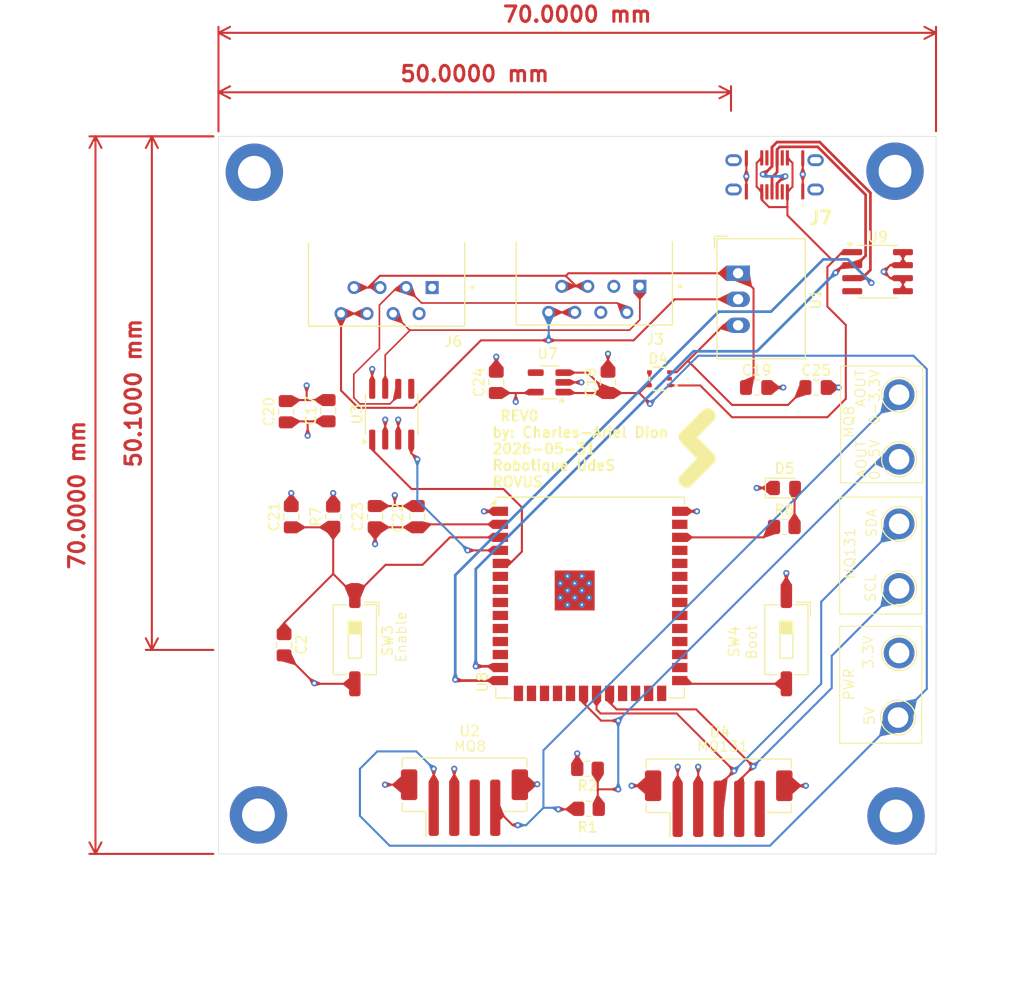
<source format=kicad_pcb>
(kicad_pcb (version 20241229) (generator "pcbnew") (generator_version "9.0")
  (layers (0 "F.Cu" signal) (4 "In1.Cu" power "GND") (6 "In2.Cu" power "3.3V") (2 "B.Cu" signal) (13 "F.Paste" user) (15 "B.Paste" user) (5 "F.SilkS" user "F.Silkscreen") (7 "B.SilkS" user "B.Silkscreen") (1 "F.Mask" user) (3 "B.Mask" user) (25 "Edge.Cuts" user))
  (property "AUTHOR" "<ENTER_AUTOR_HERE>")
  (property "GROUP_NAME" "Robotique UdeS")
  (property "REVISION" "0")
  (property "TEAM" "ROVUS")
  (net 0 "")
  (net 1 "GND")
  (net 2 "EN_ESP")
  (net 3 "+3.3V")
  (net 4 "+5V")
  (net 5 "+24V")
  (net 6 "+5V_ETH")
  (net 8 "+5V_USB")
  (net 9 "Net-(D5-A)")
  (net 11 "CAN_N")
  (net 13 "CAN_P")
  (net 17 "USB_P")
  (net 20 "USB_N")
  (net 26 "LED_BUILDIN")
  (net 27 "GPIO_0")
  (net 28 "MQ131_SDA")
  (net 29 "MQ131_SCL")
  (net 30 "MQ8_AOUT")
  (net 31 "RXC")
  (net 32 "TXC")
  (net 63 "/Sensors/MQ8_AOUT_5V")
  (footprint "Capacitor_SMD:C_0805_2012Metric_Pad1.18x1.45mm_HandSolder" (layer "F.Cu") (at 82.5 54.5)
    (property "Reference" "C19")
    (property "Value" "10uF")
  )
  (footprint "RoverFootprint:MountingHole" (layer "F.Cu") (at 96 33.4)
    (property "Reference" "H10" (hide yes))
    (property "Value" "MountingHole_Pad")
  )
  (footprint "Capacitor_SMD:C_0805_2012Metric_Pad1.18x1.45mm_HandSolder" (layer "F.Cu") (at 36.4 79.595 -90)
    (property "Reference" "C2")
    (property "Value" "100nF")
  )
  (footprint "Resistor_SMD:R_0805_2012Metric_Pad1.20x1.40mm_HandSolder" (layer "F.Cu") (at 41.19 67.1 -90)
    (property "Reference" "R7")
    (property "Value" "10k")
  )
  (footprint "Capacitor_SMD:C_0805_2012Metric_Pad1.18x1.45mm_HandSolder" (layer "F.Cu") (at 88.3 54.5)
    (property "Reference" "C25")
    (property "Value" "10uF")
  )
  (footprint "LED_SMD:LED_0805_2012Metric_Pad1.15x1.40mm_HandSolder" (layer "F.Cu") (at 85.2225 64.3)
    (property "Reference" "D5")
    (property "Value" "B")
  )
  (footprint "RoverFootprint:Ethernet_Horizontal" (layer "F.Cu") (at 46.4 38.4 180)
    (property "Reference" "J6")
    (property "Value" "Eth-Horiz")
  )
  (footprint "Package_TO_SOT_SMD:SOT-23-5_HandSoldering" (layer "F.Cu") (at 62.3 54 180)
    (property "Reference" "U7")
    (property "Value" "LDO-TLV74033PDBVR")
  )
  (footprint "RoverFootprint:Ethernet_Horizontal" (layer "F.Cu") (at 66.6625 38.28 180)
    (property "Reference" "J3")
    (property "Value" "Eth-Horiz")
  )
  (footprint "Capacitor_SMD:C_0805_2012Metric_Pad1.18x1.45mm_HandSolder" (layer "F.Cu") (at 57.1 54 90)
    (property "Reference" "C24")
    (property "Value" "10uF")
  )
  (footprint "RoverFootprint:USB4145_GCT" (layer "F.Cu") (at 84.25 33.755 180)
    (property "Reference" "J7")
    (property "Value" "USB_C_USB4145-GCT" (hide yes))
  )
  (footprint "Connector_JST:JST_PH_B5B-PH-SM4-TB_1x05-1MP_P2.00mm_Vertical" (layer "F.Cu") (at 78.8 95.1)
    (property "Reference" "U4")
    (property "Value" "MQ-131")
  )
  (footprint "Converter_DCDC:Converter_DCDC_RECOM_R-78E-0.5_THT" (layer "F.Cu") (at 80.6925 43.353 -90)
    (property "Reference" "U1")
    (property "Value" "R-78E5.0-0.5")
  )
  (footprint "RoverFootprint:MountingHole" (layer "F.Cu") (at 33.5 33.5)
    (property "Reference" "H9" (hide yes))
    (property "Value" "MountingHole_Pad")
  )
  (footprint "Capacitor_SMD:C_0805_2012Metric_Pad1.18x1.45mm_HandSolder" (layer "F.Cu") (at 45.28 67.1 -90)
    (property "Reference" "C23")
    (property "Value" "100nF")
  )
  (footprint "Capacitor_SMD:C_0805_2012Metric_Pad1.18x1.45mm_HandSolder" (layer "F.Cu") (at 36.6 56.8625 90)
    (property "Reference" "C20")
    (property "Value" "100nF")
  )
  (footprint "RoverFootprint:MountingHole" (layer "F.Cu") (at 96.1 96.3)
    (property "Reference" "H11" (hide yes))
    (property "Value" "MountingHole_Pad")
  )
  (footprint "Resistor_SMD:R_0805_2012Metric_Pad1.20x1.40mm_HandSolder" (layer "F.Cu") (at 66 91.7 180)
    (property "Reference" "R2")
    (property "Value" "20k")
  )
  (footprint "TestPoint:TestPoint_Plated_Hole_D2.0mm" (layer "F.Cu") (at 96.4 61.5 90)
    (property "Reference" "TP4" (hide yes))
    (property "Value" "TestPoint")
  )
  (footprint "RoverFootprint:MountingHole" (layer "F.Cu") (at 33.9 96.2)
    (property "Reference" "H12" (hide yes))
    (property "Value" "MountingHole_Pad")
  )
  (footprint "Capacitor_SMD:C_0805_2012Metric_Pad1.18x1.45mm_HandSolder" (layer "F.Cu") (at 49.4 67.1 90)
    (property "Reference" "C22")
    (property "Value" "10uF")
  )
  (footprint "Resistor_SMD:R_0805_2012Metric_Pad1.20x1.40mm_HandSolder" (layer "F.Cu") (at 66.1 95.6)
    (property "Reference" "R1")
    (property "Value" "10k")
  )
  (footprint "TestPoint:TestPoint_Plated_Hole_D2.0mm" (layer "F.Cu") (at 96.4 55.2 90)
    (property "Reference" "TP1" (hide yes))
    (property "Value" "TestPoint")
  )
  (footprint "Capacitor_SMD:C_0805_2012Metric_Pad1.18x1.45mm_HandSolder" (layer "F.Cu") (at 37.1 67.1 90)
    (property "Reference" "C21")
    (property "Value" "1uF")
  )
  (footprint "TestPoint:TestPoint_Plated_Hole_D2.0mm" (layer "F.Cu") (at 96.4 80.4 90)
    (property "Reference" "TP6" (hide yes))
    (property "Value" "TestPoint")
  )
  (footprint "Capacitor_SMD:C_0805_2012Metric_Pad1.18x1.45mm_HandSolder" (layer "F.Cu") (at 68 54 90)
    (property "Reference" "C18")
    (property "Value" "10uF")
  )
  (footprint "TestPoint:TestPoint_Plated_Hole_D2.0mm" (layer "F.Cu") (at 96.4 74.1 90)
    (property "Reference" "TP3" (hide yes))
    (property "Value" "TestPoint")
  )
  (footprint "RF_Module:ESP32-S3-WROOM-1U" (layer "F.Cu") (at 66.25 74.99)
    (property "Reference" "U8")
    (property "Value" "ESP32-S3-WROVER")
  )
  (footprint "Resistor_SMD:R_0805_2012Metric_Pad1.20x1.40mm_HandSolder" (layer "F.Cu") (at 85.2 68.1)
    (property "Reference" "R6")
    (property "Value" "1k")
  )
  (footprint "TestPoint:TestPoint_Plated_Hole_D2.0mm" (layer "F.Cu") (at 96.3 86.7 90)
    (property "Reference" "TP7" (hide yes))
    (property "Value" "TestPoint")
  )
  (footprint "RoverFootprint:Diode_schottky-CVJ10F30" (layer "F.Cu") (at 73.0221 53.650001 180)
    (property "Reference" "D4")
    (property "Value" "CVJ10F30")
  )
  (footprint "TestPoint:TestPoint_Plated_Hole_D2.0mm" (layer "F.Cu") (at 96.4 67.8 90)
    (property "Reference" "TP2" (hide yes))
    (property "Value" "TestPoint")
  )
  (footprint "Capacitor_SMD:C_0805_2012Metric_Pad1.18x1.45mm_HandSolder" (layer "F.Cu") (at 40.7 56.7625 90)
    (property "Reference" "C17")
    (property "Value" "10uF")
  )
  (footprint "Package_SO:SOIC-8_3.9x4.9mm_P1.27mm" (layer "F.Cu") (at 46.9 57.105 90)
    (property "Reference" "U3")
    (property "Value" "SN65HVD232")
  )
  (footprint "Connector_JST:JST_PH_B4B-PH-SM4-TB_1x04-1MP_P2.00mm_Vertical" (layer "F.Cu") (at 54 95)
    (property "Reference" "U2")
    (property "Value" "MQ-8")
  )
  (footprint "Package_SO:SOIC-8_3.9x4.9mm_P1.27mm" (layer "F.Cu") (at 94.3 43.2)
    (property "Reference" "U9")
    (property "Value" "TVS")
  )
  (footprint "Button_Switch_SMD:SW_DIP_SPSTx01_Slide_6.7x4.1mm_W8.61mm_P2.54mm_LowProfile" (layer "F.Cu") (at 43.3 79.1 -90)
    (property "Reference" "SW3")
    (property "Value" "TS09-63-25-WT-160-SMT-TR")
  )
  (footprint "Button_Switch_SMD:SW_DIP_SPSTx01_Slide_6.7x4.1mm_W8.61mm_P2.54mm_LowProfile" (layer "F.Cu") (at 85.4 79.1 -90)
    (property "Reference" "SW4")
    (property "Value" "TS09-63-25-WT-160-SMT-TR")
  )
  (footprint "LOGO" (layer "F.Cu") (at 76.539123 60.164498)
    (property "Reference" "G***" (hide yes))
    (property "Value" "LOGO" (hide yes))
  )
  (gr_line (start 98.6 76.6) (end 90.6 76.6) (stroke (width 0.1)) (layer "F.SilkS"))
  (gr_line (start 90.6 76.6) (end 90.6 65.2) (stroke (width 0.1)) (layer "F.SilkS"))
  (gr_line (start 90.6 65.2) (end 98.6 65.2) (stroke (width 0.1)) (layer "F.SilkS"))
  (gr_line (start 98.7 63.8) (end 90.7 63.8) (stroke (width 0.1)) (layer "F.SilkS"))
  (gr_line (start 98.6 89.2) (end 90.6 89.2) (stroke (width 0.1)) (layer "F.SilkS"))
  (gr_line (start 90.7 52.4) (end 98.7 52.4) (stroke (width 0.1)) (layer "F.SilkS"))
  (gr_line (start 98.6 77.8) (end 98.6 89.2) (stroke (width 0.1)) (layer "F.SilkS"))
  (gr_line (start 98.7 52.4) (end 98.7 63.8) (stroke (width 0.1)) (layer "F.SilkS"))
  (gr_line (start 90.6 89.2) (end 90.6 77.8) (stroke (width 0.1)) (layer "F.SilkS"))
  (gr_line (start 90.7 63.8) (end 90.7 52.4) (stroke (width 0.1)) (layer "F.SilkS"))
  (gr_line (start 98.6 65.2) (end 98.6 76.6) (stroke (width 0.1)) (layer "F.SilkS"))
  (gr_line (start 90.6 77.8) (end 98.6 77.8) (stroke (width 0.1)) (layer "F.SilkS"))
  (gr_line (start 30 30) (end 100 30) (stroke (width 0.05)) (layer "Edge.Cuts"))
  (gr_line (start 30 30) (end 30 100) (stroke (width 0.05)) (layer "Edge.Cuts"))
  (gr_line (start 30 100) (end 100 100) (stroke (width 0.05)) (layer "Edge.Cuts"))
  (gr_line (start 100 30) (end 100 100) (stroke (width 0.05)) (layer "Edge.Cuts"))
  (gr_text "0-3.3V" (at 94.6 58.2 90) (layer "F.SilkS") (effects (font (size 1 1) (thickness 0.1)) (justify left bottom)))
  (gr_text "Enable" (at 48.4 81.4 90) (layer "F.SilkS") (effects (font (size 1 1) (thickness 0.1)) (justify left bottom)))
  (gr_text "PWR" (at 92.1 85.1 90) (layer "F.SilkS") (effects (font (size 1 1) (thickness 0.1)) (justify left bottom)))
  (gr_text "MQ8" (at 92.1 59.5 90) (layer "F.SilkS") (effects (font (size 1 1) (thickness 0.1)) (justify left bottom)))
  (gr_text "SDA\n" (at 94.3 69.2 90) (layer "F.SilkS") (effects (font (size 1 1) (thickness 0.1)) (justify left bottom)))
  (gr_text "MQ8" (at 52.9 90.1 0) (layer "F.SilkS") (effects (font (size 1 1) (thickness 0.1)) (justify left bottom)))
  (gr_text "0-5V" (at 94.6 63.6 90) (layer "F.SilkS") (effects (font (size 1 1) (thickness 0.1)) (justify left bottom)))
  (gr_text "3.3V" (at 94 82 90) (layer "F.SilkS") (effects (font (size 1 1) (thickness 0.1)) (justify left bottom)))
  (gr_text "AOUT" (at 93.3 63.4 90) (layer "F.SilkS") (effects (font (size 1 1) (thickness 0.1)) (justify left bottom)))
  (gr_text "Boot" (at 82.6 81.1 90) (layer "F.SilkS") (effects (font (size 1 1) (thickness 0.1)) (justify left bottom)))
  (gr_text "MQ131" (at 76.6 90.1 0) (layer "F.SilkS") (effects (font (size 1 1) (thickness 0.1)) (justify left bottom)))
  (gr_text "5V" (at 94.1 87.5 90) (layer "F.SilkS") (effects (font (size 1 1) (thickness 0.1)) (justify left bottom)))
  (gr_text "${PROJECTNAME} REV${REVISION}\nby: Charles-Ariel Dion\n${CURRENT_DATE}\n${GROUP_NAME}\n${TEAM}" (at 56.6 64.3 0) (layer "F.SilkS") (effects (font (size 1 1) (thickness 0.2) (bold yes)) (justify left bottom)))
  (gr_text "SCL" (at 94.2 75.5 90) (layer "F.SilkS") (effects (font (size 1 1) (thickness 0.1)) (justify left bottom)))
  (gr_text "MQ131" (at 92.2 73.3 90) (layer "F.SilkS") (effects (font (size 1 1) (thickness 0.1)) (justify left bottom)))
  (gr_text "AOUT" (at 93.2 56.5 90) (layer "F.SilkS") (effects (font (size 1 1) (thickness 0.1)) (justify left bottom)))
  (dimension (type orthogonal) (layer "F.Cu") (pts (xy 30 30) (xy 30 100)) (height -12) (orientation 1) (format (prefix "") (suffix "") (units 2) (units_format 1) (precision 4)) (style (thickness 0.2) (arrow_length 1.27) (text_position_mode 0) (arrow_direction outward) (extension_height 0.58642) (extension_offset 0.5) (keep_text_aligned yes)) (gr_text "70.0000 mm" (at 16.2 65 90) (layer "F.Cu") (effects (font (size 1.5 1.5) (thickness 0.3)))))
  (dimension (type orthogonal) (layer "F.Cu") (pts (xy 30 30) (xy 80 28)) (height -4.3) (orientation 0) (format (prefix "") (suffix "") (units 2) (units_format 1) (precision 4)) (style (thickness 0.2) (arrow_length 1.27) (text_position_mode 0) (arrow_direction outward) (extension_height 0.58642) (extension_offset 0.5) (keep_text_aligned yes)) (gr_text "50.0000 mm" (at 55 23.9 0) (layer "F.Cu") (effects (font (size 1.5 1.5) (thickness 0.3)))))
  (dimension (type orthogonal) (layer "F.Cu") (pts (xy 30 30) (xy 30 80.1)) (height -6.5) (orientation 1) (format (prefix "") (suffix "") (units 2) (units_format 1) (precision 4)) (style (thickness 0.2) (arrow_length 1.27) (text_position_mode 0) (arrow_direction outward) (extension_height 0.58642) (extension_offset 0.5) (keep_text_aligned yes)) (gr_text "50.1000 mm" (at 21.7 55.05 90) (layer "F.Cu") (effects (font (size 1.5 1.5) (thickness 0.3)))))
  (dimension (type orthogonal) (layer "F.Cu") (pts (xy 100 30) (xy 30 30)) (height -10.1) (orientation 0) (format (prefix "") (suffix "") (units 2) (units_format 1) (precision 4)) (style (thickness 0.2) (arrow_length 1.27) (text_position_mode 0) (arrow_direction outward) (extension_height 0.58642) (extension_offset 0.5) (keep_text_aligned yes)) (gr_text "70.0000 mm" (at 65 18.1 0) (layer "F.Cu") (effects (font (size 1.5 1.5) (thickness 0.3)))))
  (segment (start 96.775 42.565) (end 96.71 42.5) (width 0.2) (layer "F.Cu") (net 1))
  (segment (start 40.7 55.725) (end 38.6 55.725) (width 0.2) (layer "F.Cu") (net 1))
  (segment (start 85.4 74.795) (end 85.4 72.6) (width 0.2) (layer "F.Cu") (net 1))
  (segment (start 41.955 54.793816) (end 43.642184 56.481) (width 0.2) (layer "F.Cu") (net 1))
  (segment (start 96.775 42.565) (end 95.535 42.565) (width 0.2) (layer "F.Cu") (net 1))
  (segment (start 70.2 93.3) (end 70.25 93.35) (width 0.2) (layer "F.Cu") (net 1))
  (segment (start 76.68 66.58) (end 76.7 66.6) (width 0.2) (layer "F.Cu") (net 1))
  (segment (start 81.5 33.9) (end 81.5 32.1) (width 0.2) (layer "F.Cu") (net 1))
  (segment (start 70.5 49.9) (end 74.507 45.893) (width 0.2) (layer "F.Cu") (net 1))
  (segment (start 63.65 54) (end 65.4 54) (width 0.2) (layer "F.Cu") (net 1))
  (segment (start 97.395 41.295) (end 96.775 41.295) (width 0.2) (layer "F.Cu") (net 1))
  (segment (start 74.507 45.893) (end 80.6925 45.893) (width 0.2) (layer "F.Cu") (net 1))
  (segment (start 43.642184 56.481) (end 49.019 56.481) (width 0.2) (layer "F.Cu") (net 1))
  (segment (start 36.6325 80.6325) (end 39.35 83.35) (width 0.2) (layer "F.Cu") (net 1))
  (segment (start 95.535 42.565) (end 94.9 43.2) (width 0.2) (layer "F.Cu") (net 1))
  (segment (start 95.535 43.835) (end 94.9 43.2) (width 0.2) (layer "F.Cu") (net 1))
  (segment (start 46.265 57.635) (end 46.3 57.6) (width 0.2) (layer "F.Cu") (net 1))
  (segment (start 85.4 72.6) (end 85.4 72.5) (width 0.2) (layer "F.Cu") (net 1))
  (segment (start 84.1975 64.3) (end 82.5 64.3) (width 0.2) (layer "F.Cu") (net 1))
  (segment (start 87 35.41) (end 87 33.7) (width 0.2) (layer "F.Cu") (net 1))
  (segment (start 57.1 52.9625) (end 57.1 51.5) (width 0.2) (layer "F.Cu") (net 1))
  (segment (start 87 33.7) (end 87 32.1) (width 0.2) (layer "F.Cu") (net 1))
  (segment (start 96.775 43.835) (end 95.535 43.835) (width 0.2) (layer "F.Cu") (net 1))
  (segment (start 39.35 83.35) (end 39.405 83.405) (width 0.2) (layer "F.Cu") (net 1))
  (segment (start 48.6 93.25) (end 46.25 93.25) (width 0.2) (layer "F.Cu") (net 1))
  (segment (start 87.35 93.35) (end 87.4 93.3) (width 0.2) (layer "F.Cu") (net 1))
  (segment (start 82.5 64.3) (end 82.4 64.3) (width 0.2) (layer "F.Cu") (net 1))
  (segment (start 70.25 93.35) (end 70.3 93.35) (width 0.2) (layer "F.Cu") (net 1))
  (segment (start 47.2 65) (end 47.3 64.9) (width 0.2) (layer "F.Cu") (net 1))
  (segment (start 87.3 93.35) (end 87.35 93.35) (width 0.2) (layer "F.Cu") (net 1))
  (segment (start 62.2 49.9) (end 70.5 49.9) (width 0.2) (layer "F.Cu") (net 1))
  (segment (start 61.05 93.25) (end 61.1 93.2) (width 0.2) (layer "F.Cu") (net 1))
  (segment (start 36.4 80.6325) (end 36.6325 80.6325) (width 0.2) (layer "F.Cu") (net 1))
  (segment (start 44.995 54.63) (end 44.995 52.705) (width 0.2) (layer "F.Cu") (net 1))
  (segment (start 96.775 45.105) (end 96.775 43.835) (width 0.2) (layer "F.Cu") (net 1))
  (segment (start 81.5 35.41) (end 81.5 33.9) (width 0.2) (layer "F.Cu") (net 1))
  (segment (start 76.8 91.5) (end 76.7 91.4) (width 0.2) (layer "F.Cu") (net 1))
  (segment (start 45.28 66.0625) (end 47.2 66.0625) (width 0.2) (layer "F.Cu") (net 1))
  (segment (start 36.7 55.725) (end 36.6 55.825) (width 0.2) (layer "F.Cu") (net 1))
  (segment (start 38.6 54.3) (end 38.5 54.2) (width 0.2) (layer "F.Cu") (net 1))
  (segment (start 96.775 41.295) (end 96.775 42.565) (width 0.2) (layer "F.Cu") (net 1))
  (segment (start 38.6 55.725) (end 36.7 55.725) (width 0.2) (layer "F.Cu") (net 1))
  (segment (start 39.405 83.405) (end 43.3 83.405) (width 0.2) (layer "F.Cu") (net 1))
  (segment (start 62.2175 47.17) (end 64.7575 47.17) (width 0.2) (layer "F.Cu") (net 1))
  (segment (start 55.9 66.58) (end 55.82 66.58) (width 0.2) (layer "F.Cu") (net 1))
  (segment (start 75 66.58) (end 76.68 66.58) (width 0.2) (layer "F.Cu") (net 1))
  (segment (start 55.6 49.9) (end 60.2 49.9) (width 0.2) (layer "F.Cu") (net 1))
  (segment (start 46.25 93.25) (end 46.1 93.1) (width 0.2) (layer "F.Cu") (net 1))
  (segment (start 37.1 64.8) (end 37.1 64.7) (width 0.2) (layer "F.Cu") (net 1))
  (segment (start 59.4 93.25) (end 61.05 93.25) (width 0.2) (layer "F.Cu") (net 1))
  (segment (start 85.2 93.35) (end 87.3 93.35) (width 0.2) (layer "F.Cu") (net 1))
  (segment (start 83.5375 54.5) (end 85.1 54.5) (width 0.2) (layer "F.Cu") (net 1))
  (segment (start 44.995 52.705) (end 45 52.7) (width 0.2) (layer "F.Cu") (net 1))
  (segment (start 57.5 66.58) (end 55.9 66.58) (width 0.2) (layer "F.Cu") (net 1))
  (segment (start 41.955 47.29) (end 41.955 54.793816) (width 0.2) (layer "F.Cu") (net 1))
  (segment (start 76.8 95.6) (end 76.8 91.5) (width 0.2) (layer "F.Cu") (net 1))
  (segment (start 70.3 93.35) (end 72.4 93.35) (width 0.2) (layer "F.Cu") (net 1))
  (segment (start 53 95.5) (end 53 91.7) (width 0.2) (layer "F.Cu") (net 1))
  (segment (start 47.2 66.0625) (end 49.4 66.0625) (width 0.2) (layer "F.Cu") (net 1))
  (segment (start 44.495 47.29) (end 41.955 47.29) (width 0.2) (layer "F.Cu") (net 1))
  (segment (start 60.2 49.9) (end 62.2 49.9) (width 0.2) (layer "F.Cu") (net 1))
  (segment (start 90.5 54.5) (end 89.3375 54.5) (width 0.2) (layer "F.Cu") (net 1))
  (segment (start 65 91.7) (end 65 90.2) (width 0.2) (layer "F.Cu") (net 1))
  (segment (start 37.1 66.0625) (end 37.1 64.8) (width 0.2) (layer "F.Cu") (net 1))
  (segment (start 94.8 43.1) (end 94.9 43.2) (width 0.2) (layer "F.Cu") (net 1))
  (segment (start 38.6 55.725) (end 38.6 54.3) (width 0.2) (layer "F.Cu") (net 1))
  (segment (start 68 52.9625) (end 68 51.2) (width 0.2) (layer "F.Cu") (net 1))
  (segment (start 47.2 66.0625) (end 47.2 65) (width 0.2) (layer "F.Cu") (net 1))
  (segment (start 49.019 56.481) (end 55.6 49.9) (width 0.2) (layer "F.Cu") (net 1))
  (segment (start 46.265 59.58) (end 46.265 57.635) (width 0.2) (layer "F.Cu") (net 1))
  (via (at 57.1 51.5) (size 0.6) (drill 0.3) (layers "F.Cu" "B.Cu") (net 1))
  (via (at 38.6 54.3) (size 0.6) (drill 0.3) (layers "F.Cu" "B.Cu") (net 1))
  (via (at 81.5 33.9) (size 0.6) (drill 0.3) (layers "F.Cu" "B.Cu") (net 1))
  (via (at 87.3 93.35) (size 0.6) (drill 0.3) (layers "F.Cu" "B.Cu") (net 1))
  (via (at 46.265 57.635) (size 0.6) (drill 0.3) (layers "F.Cu" "B.Cu") (net 1))
  (via (at 85.4 72.6) (size 0.6) (drill 0.3) (layers "F.Cu" "B.Cu") (net 1))
  (via (at 55.9 66.58) (size 0.6) (drill 0.3) (layers "F.Cu" "B.Cu") (net 1))
  (via (at 53 91.7) (size 0.6) (drill 0.3) (layers "F.Cu" "B.Cu") (net 1))
  (via (at 82.5 64.3) (size 0.6) (drill 0.3) (layers "F.Cu" "B.Cu") (net 1))
  (via (at 68 51.2) (size 0.6) (drill 0.3) (layers "F.Cu" "B.Cu") (net 1))
  (via (at 65 90.2) (size 0.6) (drill 0.3) (layers "F.Cu" "B.Cu") (net 1))
  (via (at 70.3 93.35) (size 0.6) (drill 0.3) (layers "F.Cu" "B.Cu") (net 1))
  (via (at 76.68 66.58) (size 0.6) (drill 0.3) (layers "F.Cu" "B.Cu") (net 1))
  (via (at 39.35 83.35) (size 0.6) (drill 0.3) (layers "F.Cu" "B.Cu") (net 1))
  (via (at 46.25 93.25) (size 0.6) (drill 0.3) (layers "F.Cu" "B.Cu") (net 1))
  (via (at 61.1 93.2) (size 0.6) (drill 0.3) (layers "F.Cu" "B.Cu") (net 1))
  (via (at 37.1 64.8) (size 0.6) (drill 0.3) (layers "F.Cu" "B.Cu") (net 1))
  (via (at 85.1 54.5) (size 0.6) (drill 0.3) (layers "F.Cu" "B.Cu") (net 1))
  (via (at 45 52.7) (size 0.6) (drill 0.3) (layers "F.Cu" "B.Cu") (net 1))
  (via (at 94.9 43.2) (size 0.6) (drill 0.3) (layers "F.Cu" "B.Cu") (net 1))
  (via (at 76.8 91.5) (size 0.6) (drill 0.3) (layers "F.Cu" "B.Cu") (net 1))
  (via (at 62.2 49.9) (size 0.6) (drill 0.3) (layers "F.Cu" "B.Cu") (net 1))
  (via (at 47.2 65) (size 0.6) (drill 0.3) (layers "F.Cu" "B.Cu") (net 1))
  (via (at 87 33.7) (size 0.6) (drill 0.3) (layers "F.Cu" "B.Cu") (net 1))
  (via (at 65.4 54) (size 0.6) (drill 0.3) (layers "F.Cu" "B.Cu") (net 1))
  (via (at 90.5 54.5) (size 0.6) (drill 0.3) (layers "F.Cu" "B.Cu") (net 1))
  (segment (start 62.2175 47.17) (end 62.2175 49.7825) (width 0.2) (layer "B.Cu") (net 1))
  (segment (start 62.2175 49.7825) (end 62.2 49.8) (width 0.2) (layer "B.Cu") (net 1))
  (segment (start 49.9 71.8) (end 52.58 69.12) (width 0.2) (layer "F.Cu") (net 2))
  (segment (start 43.3 74.795) (end 46.295 71.8) (width 0.2) (layer "F.Cu") (net 2))
  (segment (start 36.4 78.5575) (end 36.4 77.475) (width 0.2) (layer "F.Cu") (net 2))
  (segment (start 41.1525 68.1375) (end 41.19 68.1) (width 0.2) (layer "F.Cu") (net 2))
  (segment (start 37.1 68.1375) (end 41.1525 68.1375) (width 0.2) (layer "F.Cu") (net 2))
  (segment (start 41.19 72.685) (end 43.3 74.795) (width 0.2) (layer "F.Cu") (net 2))
  (segment (start 36.4 77.475) (end 41.19 72.685) (width 0.2) (layer "F.Cu") (net 2))
  (segment (start 46.295 71.8) (end 49.9 71.8) (width 0.2) (layer "F.Cu") (net 2))
  (segment (start 52.58 69.12) (end 57.5 69.12) (width 0.2) (layer "F.Cu") (net 2))
  (segment (start 41.19 68.1) (end 41.19 72.685) (width 0.2) (layer "F.Cu") (net 2))
  (segment (start 59 55.0375) (end 59 55.2) (width 0.2) (layer "F.Cu") (net 3))
  (segment (start 38.7 57.8) (end 36.7 57.8) (width 0.2) (layer "F.Cu") (net 3))
  (segment (start 38.7 57.8) (end 38.7 59.2) (width 0.2) (layer "F.Cu") (net 3))
  (segment (start 40.7 57.8) (end 40.7 58.1) (width 0.2) (layer "F.Cu") (net 3))
  (segment (start 41.19 64.8) (end 41.19 64.79) (width 0.2) (layer "F.Cu") (net 3))
  (segment (start 59 55.2) (end 59 55.9) (width 0.2) (layer "F.Cu") (net 3))
  (segment (start 45.28 68.1375) (end 45.28 69.78) (width 0.2) (layer "F.Cu") (net 3))
  (segment (start 57.2125 68.1375) (end 57.5 67.85) (width 0.2) (layer "F.Cu") (net 3))
  (segment (start 59 55.9) (end 59 56) (width 0.2) (layer "F.Cu") (net 3))
  (segment (start 57.1 55.0375) (end 59 55.0375) (width 0.2) (layer "F.Cu") (net 3))
  (segment (start 57.5 67.85) (end 49.6875 67.85) (width 0.2) (layer "F.Cu") (net 3))
  (segment (start 49.4 68.1375) (end 45.28 68.1375) (width 0.2) (layer "F.Cu") (net 3))
  (segment (start 40.7 57.8) (end 38.7 57.8) (width 0.2) (layer "F.Cu") (net 3))
  (segment (start 74.8 95.6) (end 74.8 91.5) (width 0.2) (layer "F.Cu") (net 3))
  (segment (start 59 55.0375) (end 60.8625 55.0375) (width 0.2) (layer "F.Cu") (net 3))
  (segment (start 47.535 59.58) (end 47.535 57.635) (width 0.2) (layer "F.Cu") (net 3))
  (segment (start 45.28 69.78) (end 45.3 69.8) (width 0.2) (layer "F.Cu") (net 3))
  (segment (start 36.7 57.8) (end 36.6 57.9) (width 0.2) (layer "F.Cu") (net 3))
  (segment (start 41.19 66.1) (end 41.19 64.8) (width 0.2) (layer "F.Cu") (net 3))
  (segment (start 60.8625 55.0375) (end 60.95 54.95) (width 0.2) (layer "F.Cu") (net 3))
  (segment (start 49.6875 67.85) (end 49.4 68.1375) (width 0.2) (layer "F.Cu") (net 3))
  (segment (start 41.19 64.79) (end 41.1 64.7) (width 0.2) (layer "F.Cu") (net 3))
  (via (at 41.19 64.8) (size 0.6) (drill 0.3) (layers "F.Cu" "B.Cu") (net 3))
  (via (at 74.8 91.5) (size 0.6) (drill 0.3) (layers "F.Cu" "B.Cu") (net 3))
  (via (at 47.535 57.635) (size 0.6) (drill 0.3) (layers "F.Cu" "B.Cu") (net 3))
  (via (at 38.7 59.2) (size 0.6) (drill 0.3) (layers "F.Cu" "B.Cu") (net 3))
  (via (at 45.28 69.78) (size 0.6) (drill 0.3) (layers "F.Cu" "B.Cu") (net 3))
  (via (at 59 55.9) (size 0.6) (drill 0.3) (layers "F.Cu" "B.Cu") (net 3))
  (segment (start 51 91.7) (end 51 91.6) (width 0.2) (layer "F.Cu") (net 4))
  (segment (start 63.65 53.05) (end 66.0125 53.05) (width 0.2) (layer "F.Cu") (net 4))
  (segment (start 68 55.0375) (end 71.0375 55.0375) (width 0.2) (layer "F.Cu") (net 4))
  (segment (start 71.775 54.3) (end 71.0375 55.0375) (width 0.2) (layer "F.Cu") (net 4))
  (segment (start 72.1 56.1) (end 71.0375 55.0375) (width 0.2) (layer "F.Cu") (net 4))
  (segment (start 51 95.5) (end 51 91.7) (width 0.2) (layer "F.Cu") (net 4))
  (segment (start 72.0442 53.000002) (end 72.0442 54.3) (width 0.2) (layer "F.Cu") (net 4))
  (segment (start 72.0442 54.3) (end 71.775 54.3) (width 0.2) (layer "F.Cu") (net 4))
  (segment (start 63.7375 55.0375) (end 63.65 54.95) (width 0.2) (layer "F.Cu") (net 4))
  (segment (start 66.0125 53.05) (end 68 55.0375) (width 0.2) (layer "F.Cu") (net 4))
  (segment (start 68 55.0375) (end 63.7375 55.0375) (width 0.2) (layer "F.Cu") (net 4))
  (via (at 72.1 56.1) (size 0.6) (drill 0.3) (layers "F.Cu" "B.Cu") (net 4))
  (via (at 51 91.7) (size 0.6) (drill 0.3) (layers "F.Cu" "B.Cu") (net 4))
  (segment (start 46.7 99.2) (end 43.8 96.3) (width 0.2) (layer "B.Cu") (net 4))
  (segment (start 83.8 99.2) (end 46.7 99.2) (width 0.2) (layer "B.Cu") (net 4))
  (segment (start 43.8 91.7) (end 45.5 90) (width 0.2) (layer "B.Cu") (net 4))
  (segment (start 45.5 90) (end 49.3 90) (width 0.2) (layer "B.Cu") (net 4))
  (segment (start 99.1 83.9) (end 99.1 52.7) (width 0.2) (layer "B.Cu") (net 4))
  (segment (start 97.8 51.4) (end 76.8 51.4) (width 0.2) (layer "B.Cu") (net 4))
  (segment (start 96.3 86.7) (end 99.1 83.9) (width 0.2) (layer "B.Cu") (net 4))
  (segment (start 43.8 96.3) (end 43.8 91.7) (width 0.2) (layer "B.Cu") (net 4))
  (segment (start 49.3 90) (end 51 91.7) (width 0.2) (layer "B.Cu") (net 4))
  (segment (start 99.1 52.7) (end 97.8 51.4) (width 0.2) (layer "B.Cu") (net 4))
  (segment (start 76.8 51.4) (end 72.1 56.1) (width 0.2) (layer "B.Cu") (net 4))
  (segment (start 96.3 86.7) (end 83.8 99.2) (width 0.2) (layer "B.Cu") (net 4))
  (segment (start 82.2 53.7625) (end 81.4625 54.5) (width 0.2) (layer "F.Cu") (net 5))
  (segment (start 45.75 43.6) (end 63.87 43.6) (width 0.2) (layer "F.Cu") (net 5))
  (segment (start 64.147 43.353) (end 80.6925 43.353) (width 0.2) (layer "F.Cu") (net 5))
  (segment (start 43.225 44.75) (end 44.6 44.75) (width 0.2) (layer "F.Cu") (net 5))
  (segment (start 44.6 44.75) (end 45.75 43.6) (width 0.2) (layer "F.Cu") (net 5))
  (segment (start 80.6925 43.353) (end 82.2 44.8605) (width 0.2) (layer "F.Cu") (net 5))
  (segment (start 63.87 43.6) (end 63.9 43.6) (width 0.2) (layer "F.Cu") (net 5))
  (segment (start 64.9 44.63) (end 66.0275 44.63) (width 0.2) (layer "F.Cu") (net 5))
  (segment (start 63.9 43.6) (end 64.147 43.353) (width 0.2) (layer "F.Cu") (net 5))
  (segment (start 63.87 43.6) (end 64.9 44.63) (width 0.2) (layer "F.Cu") (net 5))
  (segment (start 82.2 44.8605) (end 82.2 53.7625) (width 0.2) (layer "F.Cu") (net 5))
  (segment (start 63.4875 44.63) (end 64.9 44.63) (width 0.2) (layer "F.Cu") (net 5))
  (segment (start 44.6 44.75) (end 45.765 44.75) (width 0.2) (layer "F.Cu") (net 5))
  (segment (start 85.5625 56.2) (end 80.1 56.2) (width 0.2) (layer "F.Cu") (net 6))
  (segment (start 75.85 51.95) (end 75.75 51.95) (width 0.2) (layer "F.Cu") (net 6))
  (segment (start 87.2625 54.5) (end 85.5625 56.2) (width 0.2) (layer "F.Cu") (net 6))
  (segment (start 74 53.000002) (end 74.699998 53.000002) (width 0.2) (layer "F.Cu") (net 6))
  (segment (start 80.1 56.2) (end 75.85 51.95) (width 0.2) (layer "F.Cu") (net 6))
  (segment (start 79.267 48.433) (end 80.6925 48.433) (width 0.2) (layer "F.Cu") (net 6))
  (segment (start 75.75 51.95) (end 79.267 48.433) (width 0.2) (layer "F.Cu") (net 6))
  (segment (start 74.699998 53.000002) (end 75.75 51.95) (width 0.2) (layer "F.Cu") (net 6))
  (segment (start 89.4 57.4) (end 91.2 55.6) (width 0.2) (layer "F.Cu") (net 8))
  (segment (start 89.4 42.745001) (end 89.972501 42.172501) (width 0.2) (layer "F.Cu") (net 8))
  (segment (start 91.2 48.4) (end 89.4 46.6) (width 0.2) (layer "F.Cu") (net 8))
  (segment (start 90.850001 41.295) (end 91.825 41.295) (width 0.2) (layer "F.Cu") (net 8))
  (segment (start 86 34.91) (end 85.5 35.41) (width 0.2) (layer "F.Cu") (net 8))
  (segment (start 85.5 36.9) (end 85.5 37.7) (width 0.2) (layer "F.Cu") (net 8))
  (segment (start 74 54.3) (end 77 54.3) (width 0.2) (layer "F.Cu") (net 8))
  (segment (start 83 35.41) (end 82.499 34.909) (width 0.2) (layer "F.Cu") (net 8))
  (segment (start 85.5 37.7) (end 89.972501 42.172501) (width 0.2) (layer "F.Cu") (net 8))
  (segment (start 85.5 32.1) (end 86 32.6) (width 0.2) (layer "F.Cu") (net 8))
  (segment (start 77 54.3) (end 80.1 57.4) (width 0.2) (layer "F.Cu") (net 8))
  (segment (start 91.2 55.6) (end 91.2 48.4) (width 0.2) (layer "F.Cu") (net 8))
  (segment (start 82.499 34.909) (end 82.499 32.601) (width 0.2) (layer "F.Cu") (net 8))
  (segment (start 89.972501 42.172501) (end 90.850001 41.295) (width 0.2) (layer "F.Cu") (net 8))
  (segment (start 86 32.6) (end 86 34.91) (width 0.2) (layer "F.Cu") (net 8))
  (segment (start 85.5 35.41) (end 85.5 36.9) (width 0.2) (layer "F.Cu") (net 8))
  (segment (start 83 35.41) (end 83 36.188824) (width 0.2) (layer "F.Cu") (net 8))
  (segment (start 89.4 46.6) (end 89.4 42.745001) (width 0.2) (layer "F.Cu") (net 8))
  (segment (start 83 36.188824) (end 83.711176 36.9) (width 0.2) (layer "F.Cu") (net 8))
  (segment (start 82.499 32.601) (end 83 32.1) (width 0.2) (layer "F.Cu") (net 8))
  (segment (start 80.1 57.4) (end 89.4 57.4) (width 0.2) (layer "F.Cu") (net 8))
  (segment (start 83.711176 36.9) (end 85.5 36.9) (width 0.2) (layer "F.Cu") (net 8))
  (segment (start 86.2 64.3475) (end 86.2475 64.3) (width 0.2) (layer "F.Cu") (net 9))
  (segment (start 86.2 68.1) (end 86.2 64.3475) (width 0.2) (layer "F.Cu") (net 9))
  (segment (start 45.7 50.7) (end 45.7 46.458389) (width 0.16) (layer "F.Cu") (net 11))
  (segment (start 68.9225 46.255) (end 69.8375 47.17) (width 0.16) (layer "F.Cu") (net 11))
  (segment (start 47.535 54.63) (end 47.535 55.289565) (width 0.16) (layer "F.Cu") (net 11))
  (segment (start 43.2 55.5) (end 43.2 53.2) (width 0.16) (layer "F.Cu") (net 11))
  (segment (start 46.724565 56.1) (end 43.8 56.1) (width 0.16) (layer "F.Cu") (net 11))
  (segment (start 47.408389 44.75) (end 48.305 44.75) (width 0.16) (layer "F.Cu") (net 11))
  (segment (start 47.535 55.289565) (end 46.724565 56.1) (width 0.16) (layer "F.Cu") (net 11))
  (segment (start 43.8 56.1) (end 43.2 55.5) (width 0.16) (layer "F.Cu") (net 11))
  (segment (start 45.7 46.458389) (end 47.408389 44.75) (width 0.16) (layer "F.Cu") (net 11))
  (segment (start 43.2 53.2) (end 45.7 50.7) (width 0.16) (layer "F.Cu") (net 11))
  (segment (start 48.305 44.75) (end 49.81 46.255) (width 0.16) (layer "F.Cu") (net 11))
  (segment (start 49.81 46.255) (end 68.9225 46.255) (width 0.16) (layer "F.Cu") (net 11))
  (segment (start 71.1075 47.8925) (end 71.1075 44.63) (width 0.16) (layer "F.Cu") (net 13))
  (segment (start 46.265 51.335) (end 48.7 48.9) (width 0.16) (layer "F.Cu") (net 13))
  (segment (start 46.265 54.63) (end 46.265 51.335) (width 0.16) (layer "F.Cu") (net 13))
  (segment (start 48.7 48.9) (end 70.1 48.9) (width 0.16) (layer "F.Cu") (net 13))
  (segment (start 48.645 48.9) (end 48.7 48.9) (width 0.16) (layer "F.Cu") (net 13))
  (segment (start 47.035 47.29) (end 48.645 48.9) (width 0.16) (layer "F.Cu") (net 13))
  (segment (start 70.1 48.9) (end 71.1075 47.8925) (width 0.16) (layer "F.Cu") (net 13))
  (segment (start 84.5 35.41) (end 84.5 34.58564) (width 0.2644) (layer "F.Cu") (net 17))
  (segment (start 84 31.048265) (end 84.491865 30.5564) (width 0.2644) (layer "F.Cu") (net 17))
  (segment (start 92.799999 43.835) (end 91.825 43.835) (width 0.2644) (layer "F.Cu") (net 17))
  (segment (start 91.825 43.835) (end 93.235 43.835) (width 0.2644) (layer "F.Cu") (net 17))
  (segment (start 88.648964 30.5564) (end 93.5986 35.506037) (width 0.2644) (layer "F.Cu") (net 17))
  (segment (start 85.18564 33.9) (end 85.3 33.9) (width 0.2644) (layer "F.Cu") (net 17))
  (segment (start 53.1 83) (end 53.22 83) (width 0.2644) (layer "F.Cu") (net 17))
  (segment (start 53.31 83.09) (end 57.5 83.09) (width 0.2644) (layer "F.Cu") (net 17))
  (segment (start 53.22 83) (end 53.31 83.09) (width 0.2644) (layer "F.Cu") (net 17))
  (segment (start 85.3 33.9) (end 85.4 33.9) (width 0.2644) (layer "F.Cu") (net 17))
  (segment (start 93.5986 35.506037) (end 93.5986 43.036399) (width 0.2644) (layer "F.Cu") (net 17))
  (segment (start 93.235 43.835) (end 93.7 44.3) (width 0.2644) (layer "F.Cu") (net 17))
  (segment (start 93.5986 43.036399) (end 92.799999 43.835) (width 0.2644) (layer "F.Cu") (net 17))
  (segment (start 84.491865 30.5564) (end 88.648964 30.5564) (width 0.2644) (layer "F.Cu") (net 17))
  (segment (start 84.5 34.58564) (end 85.18564 33.9) (width 0.2644) (layer "F.Cu") (net 17))
  (segment (start 84 32.92436) (end 83.22436 33.7) (width 0.2644) (layer "F.Cu") (net 17))
  (segment (start 83.22436 33.7) (end 83.1 33.7) (width 0.2644) (layer "F.Cu") (net 17))
  (segment (start 84 32.1) (end 84 31.048265) (width 0.2644) (layer "F.Cu") (net 17))
  (segment (start 84 32.1) (end 84 32.92436) (width 0.2644) (layer "F.Cu") (net 17))
  (via (at 85.3 33.9) (size 0.6) (drill 0.3) (layers "F.Cu" "B.Cu") (net 17))
  (via (at 93.7 44.3) (size 0.6) (drill 0.3) (layers "F.Cu" "B.Cu") (net 17))
  (via (at 83.1 33.7) (size 0.6) (drill 0.3) (layers "F.Cu" "B.Cu") (net 17))
  (via (at 53.1 83) (size 0.6) (drill 0.3) (layers "F.Cu" "B.Cu") (net 17))
  (segment (start 83.9 47.1) (end 89 42) (width 0.2644) (layer "B.Cu") (net 17))
  (segment (start 83.3 33.9) (end 83.1 33.7) (width 0.2644) (layer "B.Cu") (net 17))
  (segment (start 91.4 42) (end 93.7 44.3) (width 0.2644) (layer "B.Cu") (net 17))
  (segment (start 53.1 72.8) (end 78.8 47.1) (width 0.2644) (layer "B.Cu") (net 17))
  (segment (start 53.1 83) (end 53.1 72.8) (width 0.2644) (layer "B.Cu") (net 17))
  (segment (start 85.3 33.9) (end 83.3 33.9) (width 0.2644) (layer "B.Cu") (net 17))
  (segment (start 89 42) (end 91.4 42) (width 0.2644) (layer "B.Cu") (net 17))
  (segment (start 78.8 47.1) (end 83.9 47.1) (width 0.2644) (layer "B.Cu") (net 17))
  (segment (start 57.38 81.7) (end 57.5 81.82) (width 0.2644) (layer "F.Cu") (net 20))
  (segment (start 91.825 42.565) (end 90.935 42.565) (width 0.2644) (layer "F.Cu") (net 20))
  (segment (start 84.5 32.1) (end 84.5 31.27564) (width 0.2644) (layer "F.Cu") (net 20))
  (segment (start 84.5 33.5) (end 84.5 32.1) (width 0.2644) (layer "F.Cu") (net 20))
  (segment (start 84.5 31.27564) (end 84.75384 31.0218) (width 0.2644) (layer "F.Cu") (net 20))
  (segment (start 92.217504 42.565) (end 91.825 42.565) (width 0.2644) (layer "F.Cu") (net 20))
  (segment (start 90.935 42.565) (end 90.2 43.3) (width 0.2644) (layer "F.Cu") (net 20))
  (segment (start 84 35.41) (end 84 34) (width 0.2644) (layer "F.Cu") (net 20))
  (segment (start 93.1332 35.698811) (end 93.1332 41.649304) (width 0.2644) (layer "F.Cu") (net 20))
  (segment (start 84.75384 31.0218) (end 88.456189 31.0218) (width 0.2644) (layer "F.Cu") (net 20))
  (segment (start 88.456189 31.0218) (end 93.1332 35.698811) (width 0.2644) (layer "F.Cu") (net 20))
  (segment (start 84 34) (end 84.5 33.5) (width 0.2644) (layer "F.Cu") (net 20))
  (segment (start 55.1 81.7) (end 57.38 81.7) (width 0.2644) (layer "F.Cu") (net 20))
  (segment (start 93.1332 41.649304) (end 92.217504 42.565) (width 0.2644) (layer "F.Cu") (net 20))
  (via (at 90.2 43.3) (size 0.6) (drill 0.3) (layers "F.Cu" "B.Cu") (net 20))
  (via (at 55.1 81.7) (size 0.6) (drill 0.3) (layers "F.Cu" "B.Cu") (net 20))
  (segment (start 55.1 72.204518) (end 55.1 81.7) (width 0.2644) (layer "B.Cu") (net 20))
  (segment (start 90.2 43.3) (end 82.5332 50.9668) (width 0.2644) (layer "B.Cu") (net 20))
  (segment (start 76.337718 50.9668) (end 55.1 72.204518) (width 0.2644) (layer "B.Cu") (net 20))
  (segment (start 82.5332 50.9668) (end 76.337718 50.9668) (width 0.2644) (layer "B.Cu") (net 20))
  (segment (start 83.18 69.12) (end 75 69.12) (width 0.2) (layer "F.Cu") (net 26))
  (segment (start 84.2 68.1) (end 83.18 69.12) (width 0.2) (layer "F.Cu") (net 26))
  (segment (start 85.4 83.405) (end 75.315 83.405) (width 0.2) (layer "F.Cu") (net 27))
  (segment (start 75.315 83.405) (end 75 83.09) (width 0.2) (layer "F.Cu") (net 27))
  (segment (start 80.3 91.9) (end 74.7 86.3) (width 0.2) (layer "F.Cu") (net 28))
  (segment (start 78.8 93.4) (end 78.8 95.6) (width 0.2) (layer "F.Cu") (net 28))
  (segment (start 67.275 86.3) (end 66.885 85.91) (width 0.2) (layer "F.Cu") (net 28))
  (segment (start 74.7 86.3) (end 67.275 86.3) (width 0.2) (layer "F.Cu") (net 28))
  (segment (start 80.3 91.9) (end 78.8 93.4) (width 0.2) (layer "F.Cu") (net 28))
  (segment (start 66.885 85.91) (end 66.885 84.34) (width 0.2) (layer "F.Cu") (net 28))
  (via (at 80.3 91.9) (size 0.6) (drill 0.3) (layers "F.Cu" "B.Cu") (net 28))
  (segment (start 96.4 67.8) (end 88.8 75.4) (width 0.2) (layer "B.Cu") (net 28))
  (segment (start 88.8 75.4) (end 88.8 83.4) (width 0.2) (layer "B.Cu") (net 28))
  (segment (start 88.8 83.4) (end 80.3 91.9) (width 0.2) (layer "B.Cu") (net 28))
  (segment (start 80.8 92.85) (end 80.8 95.6) (width 0.2) (layer "F.Cu") (net 29))
  (segment (start 68.835 85.899) (end 68.155 85.219) (width 0.2) (layer "F.Cu") (net 29))
  (segment (start 68.155 85.219) (end 68.155 84.34) (width 0.2) (layer "F.Cu") (net 29))
  (segment (start 82.175 91.475) (end 76.599 85.899) (width 0.2) (layer "F.Cu") (net 29))
  (segment (start 82.175 91.475) (end 80.8 92.85) (width 0.2) (layer "F.Cu") (net 29))
  (segment (start 76.599 85.899) (end 68.835 85.899) (width 0.2) (layer "F.Cu") (net 29))
  (via (at 82.175 91.475) (size 0.6) (drill 0.3) (layers "F.Cu" "B.Cu") (net 29))
  (segment (start 96.4 74.1) (end 89.825 80.675) (width 0.2) (layer "B.Cu") (net 29))
  (segment (start 89.825 80.675) (end 89.825 83.825) (width 0.2) (layer "B.Cu") (net 29))
  (segment (start 89.825 83.825) (end 82.175 91.475) (width 0.2) (layer "B.Cu") (net 29))
  (segment (start 65.615 85.29) (end 65.615 84.34) (width 0.2) (layer "F.Cu") (net 30))
  (segment (start 67 93.8) (end 67 95.5) (width 0.2) (layer "F.Cu") (net 30))
  (segment (start 69 93.7) (end 67.1 93.7) (width 0.2) (layer "F.Cu") (net 30))
  (segment (start 67.1 93.7) (end 67 93.8) (width 0.2) (layer "F.Cu") (net 30))
  (segment (start 67 91.7) (end 67 93.8) (width 0.2) (layer "F.Cu") (net 30))
  (segment (start 67 95.5) (end 67.1 95.6) (width 0.2) (layer "F.Cu") (net 30))
  (segment (start 67.325 87) (end 65.615 85.29) (width 0.2) (layer "F.Cu") (net 30))
  (segment (start 69 87) (end 67.325 87) (width 0.2) (layer "F.Cu") (net 30))
  (via (at 69 87) (size 0.6) (drill 0.3) (layers "F.Cu" "B.Cu") (net 30))
  (via (at 69 93.7) (size 0.6) (drill 0.3) (layers "F.Cu" "B.Cu") (net 30))
  (segment (start 96.3 61.6) (end 94.4 61.6) (width 0.2) (layer "B.Cu") (net 30))
  (segment (start 69 87) (end 69 93.7) (width 0.2) (layer "B.Cu") (net 30))
  (segment (start 94.4 61.6) (end 69 87) (width 0.2) (layer "B.Cu") (net 30))
  (segment (start 58.45 71.66) (end 57.5 71.66) (width 0.2) (layer "F.Cu") (net 31))
  (segment (start 44.995 59.58) (end 44.995 60.554999) (width 0.2) (layer "F.Cu") (net 31))
  (segment (start 59.6 70.51) (end 58.45 71.66) (width 0.2) (layer "F.Cu") (net 31))
  (segment (start 44.995 60.554999) (end 48.840001 64.4) (width 0.2) (layer "F.Cu") (net 31))
  (segment (start 48.840001 64.4) (end 57.8 64.4) (width 0.2) (layer "F.Cu") (net 31))
  (segment (start 59.6 66.2) (end 59.6 70.51) (width 0.2) (layer "F.Cu") (net 31))
  (segment (start 57.8 64.4) (end 59.6 66.2) (width 0.2) (layer "F.Cu") (net 31))
  (segment (start 48.805 60.905) (end 49.4 61.5) (width 0.2) (layer "F.Cu") (net 32))
  (segment (start 54.29 70.39) (end 54.2 70.3) (width 0.2) (layer "F.Cu") (net 32))
  (segment (start 48.805 59.58) (end 48.805 60.905) (width 0.2) (layer "F.Cu") (net 32))
  (segment (start 57.5 70.39) (end 54.3 70.39) (width 0.2) (layer "F.Cu") (net 32))
  (via (at 54.3 70.39) (size 0.6) (drill 0.3) (layers "F.Cu" "B.Cu") (net 32))
  (via (at 49.4 61.5) (size 0.6) (drill 0.3) (layers "F.Cu" "B.Cu") (net 32))
  (segment (start 49.4 61.5) (end 49.4 65.49) (width 0.2) (layer "B.Cu") (net 32))
  (segment (start 49.4 65.49) (end 54.3 70.39) (width 0.2) (layer "B.Cu") (net 32))
  (segment (start 58.7 97.2) (end 57 95.5) (width 0.2) (layer "F.Cu") (net 63))
  (segment (start 65.05 95.65) (end 65.1 95.6) (width 0.2) (layer "F.Cu") (net 63))
  (segment (start 96.4 55.2) (end 95.6 55.2) (width 0.2) (layer "F.Cu") (net 63))
  (segment (start 59.2 97.2) (end 58.7 97.2) (width 0.2) (layer "F.Cu") (net 63))
  (segment (start 63.15 95.65) (end 65.05 95.65) (width 0.2) (layer "F.Cu") (net 63))
  (via (at 63.15 95.65) (size 0.6) (drill 0.3) (layers "F.Cu" "B.Cu") (net 63))
  (via (at 59.2 97.2) (size 0.6) (drill 0.3) (layers "F.Cu" "B.Cu") (net 63))
  (segment (start 61.7 95.5) (end 63 95.5) (width 0.2) (layer "B.Cu") (net 63))
  (segment (start 61.7 95.5) (end 60 97.2) (width 0.2) (layer "B.Cu") (net 63))
  (segment (start 61.7 89.9) (end 61.7 95.5) (width 0.2) (layer "B.Cu") (net 63))
  (segment (start 96.4 55.2) (end 61.7 89.9) (width 0.2) (layer "B.Cu") (net 63))
  (segment (start 60 97.2) (end 59.2 97.2) (width 0.2) (layer "B.Cu") (net 63))
  (segment (start 63.15 95.65) (end 63.2 95.7) (width 0.2) (layer "B.Cu") (net 63))
  (segment (start 63 95.5) (end 63.15 95.65) (width 0.2) (layer "B.Cu") (net 63))
)
</source>
